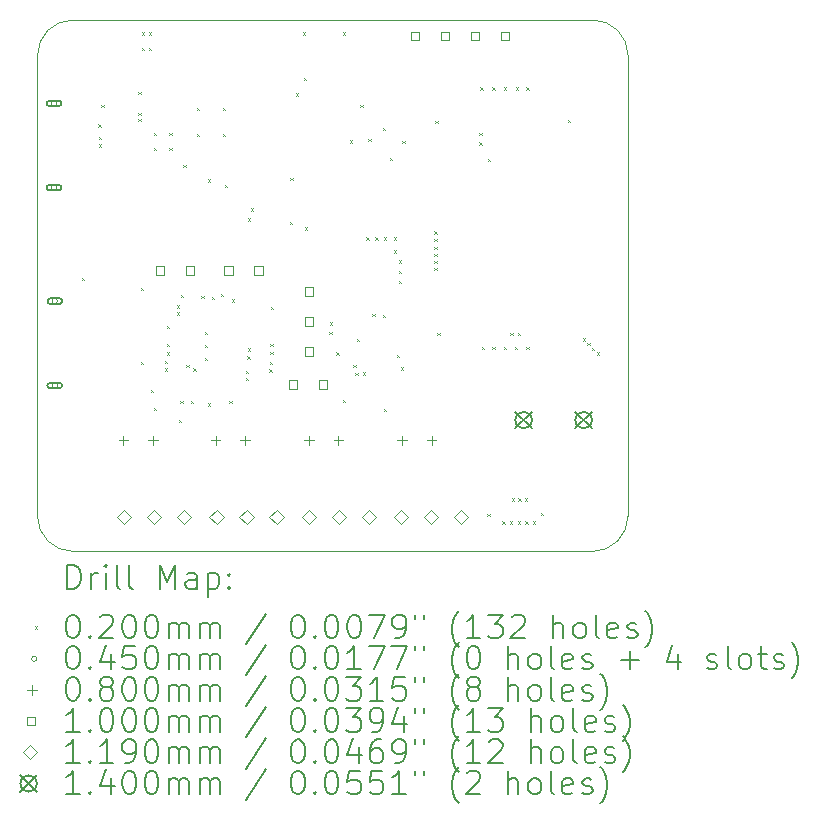
<source format=gbr>
%TF.GenerationSoftware,KiCad,Pcbnew,(6.0.7)*%
%TF.CreationDate,2022-10-27T11:48:30+02:00*%
%TF.ProjectId,mainControl,6d61696e-436f-46e7-9472-6f6c2e6b6963,rev?*%
%TF.SameCoordinates,Original*%
%TF.FileFunction,Drillmap*%
%TF.FilePolarity,Positive*%
%FSLAX45Y45*%
G04 Gerber Fmt 4.5, Leading zero omitted, Abs format (unit mm)*
G04 Created by KiCad (PCBNEW (6.0.7)) date 2022-10-27 11:48:30*
%MOMM*%
%LPD*%
G01*
G04 APERTURE LIST*
%ADD10C,0.100000*%
%ADD11C,0.200000*%
%ADD12C,0.020000*%
%ADD13C,0.045000*%
%ADD14C,0.080000*%
%ADD15C,0.119000*%
%ADD16C,0.140000*%
G04 APERTURE END LIST*
D10*
X11700000Y-13200000D02*
X7300000Y-13200000D01*
X7300000Y-13200000D02*
G75*
G03*
X7000000Y-13500000I0J-300000D01*
G01*
X11700000Y-17700000D02*
G75*
G03*
X12000000Y-17400000I0J300000D01*
G01*
X7300000Y-17700000D02*
X11700000Y-17700000D01*
X7000000Y-17400000D02*
G75*
G03*
X7300000Y-17700000I300000J0D01*
G01*
X12000000Y-13500000D02*
G75*
G03*
X11700000Y-13200000I-300000J0D01*
G01*
X12000000Y-13500000D02*
X12000000Y-17400000D01*
X7000000Y-13500000D02*
X7000000Y-17400000D01*
D11*
D12*
X7375000Y-15385000D02*
X7395000Y-15405000D01*
X7395000Y-15385000D02*
X7375000Y-15405000D01*
X7515000Y-14085000D02*
X7535000Y-14105000D01*
X7535000Y-14085000D02*
X7515000Y-14105000D01*
X7520000Y-14190000D02*
X7540000Y-14210000D01*
X7540000Y-14190000D02*
X7520000Y-14210000D01*
X7520000Y-14252650D02*
X7540000Y-14272650D01*
X7540000Y-14252650D02*
X7520000Y-14272650D01*
X7540000Y-13920000D02*
X7560000Y-13940000D01*
X7560000Y-13920000D02*
X7540000Y-13940000D01*
X7855000Y-13810000D02*
X7875000Y-13830000D01*
X7875000Y-13810000D02*
X7855000Y-13830000D01*
X7855000Y-13985000D02*
X7875000Y-14005000D01*
X7875000Y-13985000D02*
X7855000Y-14005000D01*
X7855000Y-14040000D02*
X7875000Y-14060000D01*
X7875000Y-14040000D02*
X7855000Y-14060000D01*
X7875000Y-15470000D02*
X7895000Y-15490000D01*
X7895000Y-15470000D02*
X7875000Y-15490000D01*
X7875000Y-16095000D02*
X7895000Y-16115000D01*
X7895000Y-16095000D02*
X7875000Y-16115000D01*
X7884500Y-13304500D02*
X7904500Y-13324500D01*
X7904500Y-13304500D02*
X7884500Y-13324500D01*
X7885000Y-13435000D02*
X7905000Y-13455000D01*
X7905000Y-13435000D02*
X7885000Y-13455000D01*
X7945000Y-13305000D02*
X7965000Y-13325000D01*
X7965000Y-13305000D02*
X7945000Y-13325000D01*
X7945000Y-13435000D02*
X7965000Y-13455000D01*
X7965000Y-13435000D02*
X7945000Y-13455000D01*
X7960000Y-16330000D02*
X7980000Y-16350000D01*
X7980000Y-16330000D02*
X7960000Y-16350000D01*
X7985000Y-14155000D02*
X8005000Y-14175000D01*
X8005000Y-14155000D02*
X7985000Y-14175000D01*
X7985000Y-14285000D02*
X8005000Y-14305000D01*
X8005000Y-14285000D02*
X7985000Y-14305000D01*
X7985000Y-16485000D02*
X8005000Y-16505000D01*
X8005000Y-16485000D02*
X7985000Y-16505000D01*
X8079072Y-16086325D02*
X8099072Y-16106325D01*
X8099072Y-16086325D02*
X8079072Y-16106325D01*
X8079723Y-16150492D02*
X8099723Y-16170492D01*
X8099723Y-16150492D02*
X8079723Y-16170492D01*
X8095000Y-15790000D02*
X8115000Y-15810000D01*
X8115000Y-15790000D02*
X8095000Y-15810000D01*
X8095000Y-15945000D02*
X8115000Y-15965000D01*
X8115000Y-15945000D02*
X8095000Y-15965000D01*
X8095000Y-16015000D02*
X8115000Y-16035000D01*
X8115000Y-16015000D02*
X8095000Y-16035000D01*
X8115000Y-14155000D02*
X8135000Y-14175000D01*
X8135000Y-14155000D02*
X8115000Y-14175000D01*
X8115000Y-14285000D02*
X8135000Y-14305000D01*
X8135000Y-14285000D02*
X8115000Y-14305000D01*
X8180000Y-15615000D02*
X8200000Y-15635000D01*
X8200000Y-15615000D02*
X8180000Y-15635000D01*
X8180000Y-15675000D02*
X8200000Y-15695000D01*
X8200000Y-15675000D02*
X8180000Y-15695000D01*
X8195000Y-16585000D02*
X8215000Y-16605000D01*
X8215000Y-16585000D02*
X8195000Y-16605000D01*
X8208887Y-16426113D02*
X8228887Y-16446113D01*
X8228887Y-16426113D02*
X8208887Y-16446113D01*
X8215000Y-15525000D02*
X8235000Y-15545000D01*
X8235000Y-15525000D02*
X8215000Y-15545000D01*
X8235000Y-14425000D02*
X8255000Y-14445000D01*
X8255000Y-14425000D02*
X8235000Y-14445000D01*
X8260000Y-16120000D02*
X8280000Y-16140000D01*
X8280000Y-16120000D02*
X8260000Y-16140000D01*
X8300000Y-16425000D02*
X8320000Y-16445000D01*
X8320000Y-16425000D02*
X8300000Y-16445000D01*
X8320000Y-16150000D02*
X8340000Y-16170000D01*
X8340000Y-16150000D02*
X8320000Y-16170000D01*
X8350000Y-13945000D02*
X8370000Y-13965000D01*
X8370000Y-13945000D02*
X8350000Y-13965000D01*
X8350000Y-14165000D02*
X8370000Y-14185000D01*
X8370000Y-14165000D02*
X8350000Y-14185000D01*
X8386500Y-15534858D02*
X8406500Y-15554858D01*
X8406500Y-15534858D02*
X8386500Y-15554858D01*
X8415000Y-15840000D02*
X8435000Y-15860000D01*
X8435000Y-15840000D02*
X8415000Y-15860000D01*
X8415000Y-15950000D02*
X8435000Y-15970000D01*
X8435000Y-15950000D02*
X8415000Y-15970000D01*
X8415000Y-16060000D02*
X8435000Y-16080000D01*
X8435000Y-16060000D02*
X8415000Y-16080000D01*
X8440000Y-14550000D02*
X8460000Y-14570000D01*
X8460000Y-14550000D02*
X8440000Y-14570000D01*
X8445000Y-16445000D02*
X8465000Y-16465000D01*
X8465000Y-16445000D02*
X8445000Y-16465000D01*
X8475000Y-15545000D02*
X8495000Y-15565000D01*
X8495000Y-15545000D02*
X8475000Y-15565000D01*
X8555000Y-15520000D02*
X8575000Y-15540000D01*
X8575000Y-15520000D02*
X8555000Y-15540000D01*
X8570000Y-13945000D02*
X8590000Y-13965000D01*
X8590000Y-13945000D02*
X8570000Y-13965000D01*
X8570000Y-14165000D02*
X8590000Y-14185000D01*
X8590000Y-14165000D02*
X8570000Y-14185000D01*
X8585000Y-14595000D02*
X8605000Y-14615000D01*
X8605000Y-14595000D02*
X8585000Y-14615000D01*
X8625000Y-16425000D02*
X8645000Y-16445000D01*
X8645000Y-16425000D02*
X8625000Y-16445000D01*
X8645000Y-15565000D02*
X8665000Y-15585000D01*
X8665000Y-15565000D02*
X8645000Y-15585000D01*
X8765000Y-16170000D02*
X8785000Y-16190000D01*
X8785000Y-16170000D02*
X8765000Y-16190000D01*
X8765000Y-16230000D02*
X8785000Y-16250000D01*
X8785000Y-16230000D02*
X8765000Y-16250000D01*
X8778239Y-16049694D02*
X8798239Y-16069694D01*
X8798239Y-16049694D02*
X8778239Y-16069694D01*
X8780000Y-14880000D02*
X8800000Y-14900000D01*
X8800000Y-14880000D02*
X8780000Y-14900000D01*
X8780000Y-15980000D02*
X8800000Y-16000000D01*
X8800000Y-15980000D02*
X8780000Y-16000000D01*
X8805000Y-14795000D02*
X8825000Y-14815000D01*
X8825000Y-14795000D02*
X8805000Y-14815000D01*
X8963331Y-16159444D02*
X8983331Y-16179444D01*
X8983331Y-16159444D02*
X8963331Y-16179444D01*
X8965089Y-16096818D02*
X8985089Y-16116818D01*
X8985089Y-16096818D02*
X8965089Y-16116818D01*
X8970000Y-15945000D02*
X8990000Y-15965000D01*
X8990000Y-15945000D02*
X8970000Y-15965000D01*
X8970000Y-16007650D02*
X8990000Y-16027650D01*
X8990000Y-16007650D02*
X8970000Y-16027650D01*
X8975000Y-15630000D02*
X8995000Y-15650000D01*
X8995000Y-15630000D02*
X8975000Y-15650000D01*
X9135000Y-14910000D02*
X9155000Y-14930000D01*
X9155000Y-14910000D02*
X9135000Y-14930000D01*
X9140000Y-14535000D02*
X9160000Y-14555000D01*
X9160000Y-14535000D02*
X9140000Y-14555000D01*
X9190000Y-13820000D02*
X9210000Y-13840000D01*
X9210000Y-13820000D02*
X9190000Y-13840000D01*
X9245500Y-13304500D02*
X9265500Y-13324500D01*
X9265500Y-13304500D02*
X9245500Y-13324500D01*
X9255000Y-13690000D02*
X9275000Y-13710000D01*
X9275000Y-13690000D02*
X9255000Y-13710000D01*
X9265000Y-14955000D02*
X9285000Y-14975000D01*
X9285000Y-14955000D02*
X9265000Y-14975000D01*
X9470000Y-15840000D02*
X9490000Y-15860000D01*
X9490000Y-15840000D02*
X9470000Y-15860000D01*
X9475000Y-15760000D02*
X9495000Y-15780000D01*
X9495000Y-15760000D02*
X9475000Y-15780000D01*
X9530000Y-16015000D02*
X9550000Y-16035000D01*
X9550000Y-16015000D02*
X9530000Y-16035000D01*
X9585000Y-13305000D02*
X9605000Y-13325000D01*
X9605000Y-13305000D02*
X9585000Y-13325000D01*
X9585000Y-16415000D02*
X9605000Y-16435000D01*
X9605000Y-16415000D02*
X9585000Y-16435000D01*
X9645000Y-14220000D02*
X9665000Y-14240000D01*
X9665000Y-14220000D02*
X9645000Y-14240000D01*
X9675000Y-16120000D02*
X9695000Y-16140000D01*
X9695000Y-16120000D02*
X9675000Y-16140000D01*
X9690672Y-16185275D02*
X9710672Y-16205275D01*
X9710672Y-16185275D02*
X9690672Y-16205275D01*
X9705000Y-15900000D02*
X9725000Y-15920000D01*
X9725000Y-15900000D02*
X9705000Y-15920000D01*
X9735000Y-13920000D02*
X9755000Y-13940000D01*
X9755000Y-13920000D02*
X9735000Y-13940000D01*
X9755000Y-16185000D02*
X9775000Y-16205000D01*
X9775000Y-16185000D02*
X9755000Y-16205000D01*
X9785000Y-15040000D02*
X9805000Y-15060000D01*
X9805000Y-15040000D02*
X9785000Y-15060000D01*
X9800000Y-14205000D02*
X9820000Y-14225000D01*
X9820000Y-14205000D02*
X9800000Y-14225000D01*
X9835000Y-15690000D02*
X9855000Y-15710000D01*
X9855000Y-15690000D02*
X9835000Y-15710000D01*
X9860000Y-15040000D02*
X9880000Y-15060000D01*
X9880000Y-15040000D02*
X9860000Y-15060000D01*
X9925000Y-14115000D02*
X9945000Y-14135000D01*
X9945000Y-14115000D02*
X9925000Y-14135000D01*
X9925000Y-15695000D02*
X9945000Y-15715000D01*
X9945000Y-15695000D02*
X9925000Y-15715000D01*
X9935000Y-15040000D02*
X9955000Y-15060000D01*
X9955000Y-15040000D02*
X9935000Y-15060000D01*
X9935000Y-16495000D02*
X9955000Y-16515000D01*
X9955000Y-16495000D02*
X9935000Y-16515000D01*
X9985000Y-14365000D02*
X10005000Y-14385000D01*
X10005000Y-14365000D02*
X9985000Y-14385000D01*
X10015000Y-15040000D02*
X10035000Y-15060000D01*
X10035000Y-15040000D02*
X10015000Y-15060000D01*
X10015000Y-15150000D02*
X10035000Y-15170000D01*
X10035000Y-15150000D02*
X10015000Y-15170000D01*
X10045000Y-16035000D02*
X10065000Y-16055000D01*
X10065000Y-16035000D02*
X10045000Y-16055000D01*
X10060000Y-15235000D02*
X10080000Y-15255000D01*
X10080000Y-15235000D02*
X10060000Y-15255000D01*
X10060000Y-15325000D02*
X10080000Y-15345000D01*
X10080000Y-15325000D02*
X10060000Y-15345000D01*
X10060000Y-15410000D02*
X10080000Y-15430000D01*
X10080000Y-15410000D02*
X10060000Y-15430000D01*
X10075000Y-16140000D02*
X10095000Y-16160000D01*
X10095000Y-16140000D02*
X10075000Y-16160000D01*
X10088084Y-14221916D02*
X10108084Y-14241916D01*
X10108084Y-14221916D02*
X10088084Y-14241916D01*
X10360000Y-14990000D02*
X10380000Y-15010000D01*
X10380000Y-14990000D02*
X10360000Y-15010000D01*
X10360000Y-15055000D02*
X10380000Y-15075000D01*
X10380000Y-15055000D02*
X10360000Y-15075000D01*
X10360000Y-15120000D02*
X10380000Y-15140000D01*
X10380000Y-15120000D02*
X10360000Y-15140000D01*
X10360000Y-15180000D02*
X10380000Y-15200000D01*
X10380000Y-15180000D02*
X10360000Y-15200000D01*
X10360000Y-15240000D02*
X10380000Y-15260000D01*
X10380000Y-15240000D02*
X10360000Y-15260000D01*
X10360000Y-15300000D02*
X10380000Y-15320000D01*
X10380000Y-15300000D02*
X10360000Y-15320000D01*
X10370000Y-14055000D02*
X10390000Y-14075000D01*
X10390000Y-14055000D02*
X10370000Y-14075000D01*
X10385000Y-15850000D02*
X10405000Y-15870000D01*
X10405000Y-15850000D02*
X10385000Y-15870000D01*
X10741429Y-14155000D02*
X10761429Y-14175000D01*
X10761429Y-14155000D02*
X10741429Y-14175000D01*
X10741429Y-14235000D02*
X10761429Y-14255000D01*
X10761429Y-14235000D02*
X10741429Y-14255000D01*
X10750000Y-13770000D02*
X10770000Y-13790000D01*
X10770000Y-13770000D02*
X10750000Y-13790000D01*
X10760000Y-15970000D02*
X10780000Y-15990000D01*
X10780000Y-15970000D02*
X10760000Y-15990000D01*
X10810000Y-17380000D02*
X10830000Y-17400000D01*
X10830000Y-17380000D02*
X10810000Y-17400000D01*
X10811429Y-14375000D02*
X10831429Y-14395000D01*
X10831429Y-14375000D02*
X10811429Y-14395000D01*
X10850000Y-13770000D02*
X10870000Y-13790000D01*
X10870000Y-13770000D02*
X10850000Y-13790000D01*
X10850000Y-15970000D02*
X10870000Y-15990000D01*
X10870000Y-15970000D02*
X10850000Y-15990000D01*
X10935000Y-17445000D02*
X10955000Y-17465000D01*
X10955000Y-17445000D02*
X10935000Y-17465000D01*
X10950000Y-13770000D02*
X10970000Y-13790000D01*
X10970000Y-13770000D02*
X10950000Y-13790000D01*
X10950000Y-15970000D02*
X10970000Y-15990000D01*
X10970000Y-15970000D02*
X10950000Y-15990000D01*
X11000000Y-17445000D02*
X11020000Y-17465000D01*
X11020000Y-17445000D02*
X11000000Y-17465000D01*
X11005000Y-15850000D02*
X11025000Y-15870000D01*
X11025000Y-15850000D02*
X11005000Y-15870000D01*
X11015000Y-17250000D02*
X11035000Y-17270000D01*
X11035000Y-17250000D02*
X11015000Y-17270000D01*
X11040000Y-15970000D02*
X11060000Y-15990000D01*
X11060000Y-15970000D02*
X11040000Y-15990000D01*
X11050000Y-13770000D02*
X11070000Y-13790000D01*
X11070000Y-13770000D02*
X11050000Y-13790000D01*
X11065000Y-15850000D02*
X11085000Y-15870000D01*
X11085000Y-15850000D02*
X11065000Y-15870000D01*
X11065000Y-17445000D02*
X11085000Y-17465000D01*
X11085000Y-17445000D02*
X11065000Y-17465000D01*
X11070000Y-17250000D02*
X11090000Y-17270000D01*
X11090000Y-17250000D02*
X11070000Y-17270000D01*
X11125000Y-17250000D02*
X11145000Y-17270000D01*
X11145000Y-17250000D02*
X11125000Y-17270000D01*
X11130000Y-17445000D02*
X11150000Y-17465000D01*
X11150000Y-17445000D02*
X11130000Y-17465000D01*
X11140000Y-13770000D02*
X11160000Y-13790000D01*
X11160000Y-13770000D02*
X11140000Y-13790000D01*
X11140000Y-15970000D02*
X11160000Y-15990000D01*
X11160000Y-15970000D02*
X11140000Y-15990000D01*
X11195000Y-17445000D02*
X11215000Y-17465000D01*
X11215000Y-17445000D02*
X11195000Y-17465000D01*
X11260000Y-17375000D02*
X11280000Y-17395000D01*
X11280000Y-17375000D02*
X11260000Y-17395000D01*
X11491429Y-14045000D02*
X11511429Y-14065000D01*
X11511429Y-14045000D02*
X11491429Y-14065000D01*
X11615000Y-15895000D02*
X11635000Y-15915000D01*
X11635000Y-15895000D02*
X11615000Y-15915000D01*
X11655000Y-15935000D02*
X11675000Y-15955000D01*
X11675000Y-15935000D02*
X11655000Y-15955000D01*
X11695000Y-15975000D02*
X11715000Y-15995000D01*
X11715000Y-15975000D02*
X11695000Y-15995000D01*
X11735000Y-16015000D02*
X11755000Y-16035000D01*
X11755000Y-16015000D02*
X11735000Y-16035000D01*
D13*
X7162500Y-13905000D02*
G75*
G03*
X7162500Y-13905000I-22500J0D01*
G01*
D11*
X7100000Y-13927500D02*
X7180000Y-13927500D01*
X7100000Y-13882500D02*
X7180000Y-13882500D01*
X7180000Y-13927500D02*
G75*
G03*
X7180000Y-13882500I0J22500D01*
G01*
X7100000Y-13882500D02*
G75*
G03*
X7100000Y-13927500I0J-22500D01*
G01*
D13*
X7162500Y-14620000D02*
G75*
G03*
X7162500Y-14620000I-22500J0D01*
G01*
D11*
X7180000Y-14597500D02*
X7100000Y-14597500D01*
X7180000Y-14642500D02*
X7100000Y-14642500D01*
X7100000Y-14597500D02*
G75*
G03*
X7100000Y-14642500I0J-22500D01*
G01*
X7180000Y-14642500D02*
G75*
G03*
X7180000Y-14597500I0J22500D01*
G01*
D13*
X7169500Y-15580500D02*
G75*
G03*
X7169500Y-15580500I-22500J0D01*
G01*
D11*
X7107000Y-15603000D02*
X7187000Y-15603000D01*
X7107000Y-15558000D02*
X7187000Y-15558000D01*
X7187000Y-15603000D02*
G75*
G03*
X7187000Y-15558000I0J22500D01*
G01*
X7107000Y-15558000D02*
G75*
G03*
X7107000Y-15603000I0J-22500D01*
G01*
D13*
X7169500Y-16295500D02*
G75*
G03*
X7169500Y-16295500I-22500J0D01*
G01*
D11*
X7187000Y-16273000D02*
X7107000Y-16273000D01*
X7187000Y-16318000D02*
X7107000Y-16318000D01*
X7107000Y-16273000D02*
G75*
G03*
X7107000Y-16318000I0J-22500D01*
G01*
X7187000Y-16318000D02*
G75*
G03*
X7187000Y-16273000I0J22500D01*
G01*
D14*
X7728238Y-16720000D02*
X7728238Y-16800000D01*
X7688238Y-16760000D02*
X7768238Y-16760000D01*
X7978238Y-16720000D02*
X7978238Y-16800000D01*
X7938238Y-16760000D02*
X8018238Y-16760000D01*
X8508238Y-16720000D02*
X8508238Y-16800000D01*
X8468238Y-16760000D02*
X8548238Y-16760000D01*
X8758238Y-16720000D02*
X8758238Y-16800000D01*
X8718238Y-16760000D02*
X8798238Y-16760000D01*
X9298238Y-16720000D02*
X9298238Y-16800000D01*
X9258238Y-16760000D02*
X9338238Y-16760000D01*
X9548238Y-16720000D02*
X9548238Y-16800000D01*
X9508238Y-16760000D02*
X9588238Y-16760000D01*
X10088238Y-16720000D02*
X10088238Y-16800000D01*
X10048238Y-16760000D02*
X10128238Y-16760000D01*
X10338238Y-16720000D02*
X10338238Y-16800000D01*
X10298238Y-16760000D02*
X10378238Y-16760000D01*
D10*
X8071356Y-15357856D02*
X8071356Y-15287144D01*
X8000644Y-15287144D01*
X8000644Y-15357856D01*
X8071356Y-15357856D01*
X8325356Y-15357856D02*
X8325356Y-15287144D01*
X8254644Y-15287144D01*
X8254644Y-15357856D01*
X8325356Y-15357856D01*
X8651356Y-15357856D02*
X8651356Y-15287144D01*
X8580644Y-15287144D01*
X8580644Y-15357856D01*
X8651356Y-15357856D01*
X8905356Y-15357856D02*
X8905356Y-15287144D01*
X8834644Y-15287144D01*
X8834644Y-15357856D01*
X8905356Y-15357856D01*
X9200356Y-16322856D02*
X9200356Y-16252144D01*
X9129644Y-16252144D01*
X9129644Y-16322856D01*
X9200356Y-16322856D01*
X9335356Y-15534856D02*
X9335356Y-15464144D01*
X9264644Y-15464144D01*
X9264644Y-15534856D01*
X9335356Y-15534856D01*
X9335356Y-15788856D02*
X9335356Y-15718144D01*
X9264644Y-15718144D01*
X9264644Y-15788856D01*
X9335356Y-15788856D01*
X9335356Y-16042856D02*
X9335356Y-15972144D01*
X9264644Y-15972144D01*
X9264644Y-16042856D01*
X9335356Y-16042856D01*
X9454356Y-16322856D02*
X9454356Y-16252144D01*
X9383644Y-16252144D01*
X9383644Y-16322856D01*
X9454356Y-16322856D01*
X10230356Y-13372856D02*
X10230356Y-13302144D01*
X10159644Y-13302144D01*
X10159644Y-13372856D01*
X10230356Y-13372856D01*
X10484356Y-13372856D02*
X10484356Y-13302144D01*
X10413644Y-13302144D01*
X10413644Y-13372856D01*
X10484356Y-13372856D01*
X10738356Y-13372856D02*
X10738356Y-13302144D01*
X10667644Y-13302144D01*
X10667644Y-13372856D01*
X10738356Y-13372856D01*
X10992356Y-13372856D02*
X10992356Y-13302144D01*
X10921644Y-13302144D01*
X10921644Y-13372856D01*
X10992356Y-13372856D01*
D15*
X7736000Y-17471500D02*
X7795500Y-17412000D01*
X7736000Y-17352500D01*
X7676500Y-17412000D01*
X7736000Y-17471500D01*
X7990000Y-17471500D02*
X8049500Y-17412000D01*
X7990000Y-17352500D01*
X7930500Y-17412000D01*
X7990000Y-17471500D01*
X8244000Y-17471500D02*
X8303500Y-17412000D01*
X8244000Y-17352500D01*
X8184500Y-17412000D01*
X8244000Y-17471500D01*
X8516000Y-17471500D02*
X8575500Y-17412000D01*
X8516000Y-17352500D01*
X8456500Y-17412000D01*
X8516000Y-17471500D01*
X8770000Y-17471500D02*
X8829500Y-17412000D01*
X8770000Y-17352500D01*
X8710500Y-17412000D01*
X8770000Y-17471500D01*
X9024000Y-17471500D02*
X9083500Y-17412000D01*
X9024000Y-17352500D01*
X8964500Y-17412000D01*
X9024000Y-17471500D01*
X9300000Y-17469500D02*
X9359500Y-17410000D01*
X9300000Y-17350500D01*
X9240500Y-17410000D01*
X9300000Y-17469500D01*
X9554000Y-17469500D02*
X9613500Y-17410000D01*
X9554000Y-17350500D01*
X9494500Y-17410000D01*
X9554000Y-17469500D01*
X9808000Y-17469500D02*
X9867500Y-17410000D01*
X9808000Y-17350500D01*
X9748500Y-17410000D01*
X9808000Y-17469500D01*
X10080000Y-17469500D02*
X10139500Y-17410000D01*
X10080000Y-17350500D01*
X10020500Y-17410000D01*
X10080000Y-17469500D01*
X10334000Y-17469500D02*
X10393500Y-17410000D01*
X10334000Y-17350500D01*
X10274500Y-17410000D01*
X10334000Y-17469500D01*
X10588000Y-17469500D02*
X10647500Y-17410000D01*
X10588000Y-17350500D01*
X10528500Y-17410000D01*
X10588000Y-17469500D01*
D16*
X11046000Y-16517750D02*
X11186000Y-16657750D01*
X11186000Y-16517750D02*
X11046000Y-16657750D01*
X11186000Y-16587750D02*
G75*
G03*
X11186000Y-16587750I-70000J0D01*
G01*
X11554000Y-16517750D02*
X11694000Y-16657750D01*
X11694000Y-16517750D02*
X11554000Y-16657750D01*
X11694000Y-16587750D02*
G75*
G03*
X11694000Y-16587750I-70000J0D01*
G01*
D11*
X7252619Y-18015476D02*
X7252619Y-17815476D01*
X7300238Y-17815476D01*
X7328809Y-17825000D01*
X7347857Y-17844048D01*
X7357381Y-17863095D01*
X7366905Y-17901190D01*
X7366905Y-17929762D01*
X7357381Y-17967857D01*
X7347857Y-17986905D01*
X7328809Y-18005952D01*
X7300238Y-18015476D01*
X7252619Y-18015476D01*
X7452619Y-18015476D02*
X7452619Y-17882143D01*
X7452619Y-17920238D02*
X7462143Y-17901190D01*
X7471667Y-17891667D01*
X7490714Y-17882143D01*
X7509762Y-17882143D01*
X7576428Y-18015476D02*
X7576428Y-17882143D01*
X7576428Y-17815476D02*
X7566905Y-17825000D01*
X7576428Y-17834524D01*
X7585952Y-17825000D01*
X7576428Y-17815476D01*
X7576428Y-17834524D01*
X7700238Y-18015476D02*
X7681190Y-18005952D01*
X7671667Y-17986905D01*
X7671667Y-17815476D01*
X7805000Y-18015476D02*
X7785952Y-18005952D01*
X7776428Y-17986905D01*
X7776428Y-17815476D01*
X8033571Y-18015476D02*
X8033571Y-17815476D01*
X8100238Y-17958333D01*
X8166905Y-17815476D01*
X8166905Y-18015476D01*
X8347857Y-18015476D02*
X8347857Y-17910714D01*
X8338333Y-17891667D01*
X8319286Y-17882143D01*
X8281190Y-17882143D01*
X8262143Y-17891667D01*
X8347857Y-18005952D02*
X8328809Y-18015476D01*
X8281190Y-18015476D01*
X8262143Y-18005952D01*
X8252619Y-17986905D01*
X8252619Y-17967857D01*
X8262143Y-17948810D01*
X8281190Y-17939286D01*
X8328809Y-17939286D01*
X8347857Y-17929762D01*
X8443095Y-17882143D02*
X8443095Y-18082143D01*
X8443095Y-17891667D02*
X8462143Y-17882143D01*
X8500238Y-17882143D01*
X8519286Y-17891667D01*
X8528810Y-17901190D01*
X8538333Y-17920238D01*
X8538333Y-17977381D01*
X8528810Y-17996429D01*
X8519286Y-18005952D01*
X8500238Y-18015476D01*
X8462143Y-18015476D01*
X8443095Y-18005952D01*
X8624048Y-17996429D02*
X8633571Y-18005952D01*
X8624048Y-18015476D01*
X8614524Y-18005952D01*
X8624048Y-17996429D01*
X8624048Y-18015476D01*
X8624048Y-17891667D02*
X8633571Y-17901190D01*
X8624048Y-17910714D01*
X8614524Y-17901190D01*
X8624048Y-17891667D01*
X8624048Y-17910714D01*
D12*
X6975000Y-18335000D02*
X6995000Y-18355000D01*
X6995000Y-18335000D02*
X6975000Y-18355000D01*
D11*
X7290714Y-18235476D02*
X7309762Y-18235476D01*
X7328809Y-18245000D01*
X7338333Y-18254524D01*
X7347857Y-18273571D01*
X7357381Y-18311667D01*
X7357381Y-18359286D01*
X7347857Y-18397381D01*
X7338333Y-18416429D01*
X7328809Y-18425952D01*
X7309762Y-18435476D01*
X7290714Y-18435476D01*
X7271667Y-18425952D01*
X7262143Y-18416429D01*
X7252619Y-18397381D01*
X7243095Y-18359286D01*
X7243095Y-18311667D01*
X7252619Y-18273571D01*
X7262143Y-18254524D01*
X7271667Y-18245000D01*
X7290714Y-18235476D01*
X7443095Y-18416429D02*
X7452619Y-18425952D01*
X7443095Y-18435476D01*
X7433571Y-18425952D01*
X7443095Y-18416429D01*
X7443095Y-18435476D01*
X7528809Y-18254524D02*
X7538333Y-18245000D01*
X7557381Y-18235476D01*
X7605000Y-18235476D01*
X7624048Y-18245000D01*
X7633571Y-18254524D01*
X7643095Y-18273571D01*
X7643095Y-18292619D01*
X7633571Y-18321190D01*
X7519286Y-18435476D01*
X7643095Y-18435476D01*
X7766905Y-18235476D02*
X7785952Y-18235476D01*
X7805000Y-18245000D01*
X7814524Y-18254524D01*
X7824048Y-18273571D01*
X7833571Y-18311667D01*
X7833571Y-18359286D01*
X7824048Y-18397381D01*
X7814524Y-18416429D01*
X7805000Y-18425952D01*
X7785952Y-18435476D01*
X7766905Y-18435476D01*
X7747857Y-18425952D01*
X7738333Y-18416429D01*
X7728809Y-18397381D01*
X7719286Y-18359286D01*
X7719286Y-18311667D01*
X7728809Y-18273571D01*
X7738333Y-18254524D01*
X7747857Y-18245000D01*
X7766905Y-18235476D01*
X7957381Y-18235476D02*
X7976428Y-18235476D01*
X7995476Y-18245000D01*
X8005000Y-18254524D01*
X8014524Y-18273571D01*
X8024048Y-18311667D01*
X8024048Y-18359286D01*
X8014524Y-18397381D01*
X8005000Y-18416429D01*
X7995476Y-18425952D01*
X7976428Y-18435476D01*
X7957381Y-18435476D01*
X7938333Y-18425952D01*
X7928809Y-18416429D01*
X7919286Y-18397381D01*
X7909762Y-18359286D01*
X7909762Y-18311667D01*
X7919286Y-18273571D01*
X7928809Y-18254524D01*
X7938333Y-18245000D01*
X7957381Y-18235476D01*
X8109762Y-18435476D02*
X8109762Y-18302143D01*
X8109762Y-18321190D02*
X8119286Y-18311667D01*
X8138333Y-18302143D01*
X8166905Y-18302143D01*
X8185952Y-18311667D01*
X8195476Y-18330714D01*
X8195476Y-18435476D01*
X8195476Y-18330714D02*
X8205000Y-18311667D01*
X8224048Y-18302143D01*
X8252619Y-18302143D01*
X8271667Y-18311667D01*
X8281190Y-18330714D01*
X8281190Y-18435476D01*
X8376428Y-18435476D02*
X8376428Y-18302143D01*
X8376428Y-18321190D02*
X8385952Y-18311667D01*
X8405000Y-18302143D01*
X8433571Y-18302143D01*
X8452619Y-18311667D01*
X8462143Y-18330714D01*
X8462143Y-18435476D01*
X8462143Y-18330714D02*
X8471667Y-18311667D01*
X8490714Y-18302143D01*
X8519286Y-18302143D01*
X8538333Y-18311667D01*
X8547857Y-18330714D01*
X8547857Y-18435476D01*
X8938333Y-18225952D02*
X8766905Y-18483095D01*
X9195476Y-18235476D02*
X9214524Y-18235476D01*
X9233571Y-18245000D01*
X9243095Y-18254524D01*
X9252619Y-18273571D01*
X9262143Y-18311667D01*
X9262143Y-18359286D01*
X9252619Y-18397381D01*
X9243095Y-18416429D01*
X9233571Y-18425952D01*
X9214524Y-18435476D01*
X9195476Y-18435476D01*
X9176429Y-18425952D01*
X9166905Y-18416429D01*
X9157381Y-18397381D01*
X9147857Y-18359286D01*
X9147857Y-18311667D01*
X9157381Y-18273571D01*
X9166905Y-18254524D01*
X9176429Y-18245000D01*
X9195476Y-18235476D01*
X9347857Y-18416429D02*
X9357381Y-18425952D01*
X9347857Y-18435476D01*
X9338333Y-18425952D01*
X9347857Y-18416429D01*
X9347857Y-18435476D01*
X9481190Y-18235476D02*
X9500238Y-18235476D01*
X9519286Y-18245000D01*
X9528810Y-18254524D01*
X9538333Y-18273571D01*
X9547857Y-18311667D01*
X9547857Y-18359286D01*
X9538333Y-18397381D01*
X9528810Y-18416429D01*
X9519286Y-18425952D01*
X9500238Y-18435476D01*
X9481190Y-18435476D01*
X9462143Y-18425952D01*
X9452619Y-18416429D01*
X9443095Y-18397381D01*
X9433571Y-18359286D01*
X9433571Y-18311667D01*
X9443095Y-18273571D01*
X9452619Y-18254524D01*
X9462143Y-18245000D01*
X9481190Y-18235476D01*
X9671667Y-18235476D02*
X9690714Y-18235476D01*
X9709762Y-18245000D01*
X9719286Y-18254524D01*
X9728810Y-18273571D01*
X9738333Y-18311667D01*
X9738333Y-18359286D01*
X9728810Y-18397381D01*
X9719286Y-18416429D01*
X9709762Y-18425952D01*
X9690714Y-18435476D01*
X9671667Y-18435476D01*
X9652619Y-18425952D01*
X9643095Y-18416429D01*
X9633571Y-18397381D01*
X9624048Y-18359286D01*
X9624048Y-18311667D01*
X9633571Y-18273571D01*
X9643095Y-18254524D01*
X9652619Y-18245000D01*
X9671667Y-18235476D01*
X9805000Y-18235476D02*
X9938333Y-18235476D01*
X9852619Y-18435476D01*
X10024048Y-18435476D02*
X10062143Y-18435476D01*
X10081190Y-18425952D01*
X10090714Y-18416429D01*
X10109762Y-18387857D01*
X10119286Y-18349762D01*
X10119286Y-18273571D01*
X10109762Y-18254524D01*
X10100238Y-18245000D01*
X10081190Y-18235476D01*
X10043095Y-18235476D01*
X10024048Y-18245000D01*
X10014524Y-18254524D01*
X10005000Y-18273571D01*
X10005000Y-18321190D01*
X10014524Y-18340238D01*
X10024048Y-18349762D01*
X10043095Y-18359286D01*
X10081190Y-18359286D01*
X10100238Y-18349762D01*
X10109762Y-18340238D01*
X10119286Y-18321190D01*
X10195476Y-18235476D02*
X10195476Y-18273571D01*
X10271667Y-18235476D02*
X10271667Y-18273571D01*
X10566905Y-18511667D02*
X10557381Y-18502143D01*
X10538333Y-18473571D01*
X10528810Y-18454524D01*
X10519286Y-18425952D01*
X10509762Y-18378333D01*
X10509762Y-18340238D01*
X10519286Y-18292619D01*
X10528810Y-18264048D01*
X10538333Y-18245000D01*
X10557381Y-18216429D01*
X10566905Y-18206905D01*
X10747857Y-18435476D02*
X10633571Y-18435476D01*
X10690714Y-18435476D02*
X10690714Y-18235476D01*
X10671667Y-18264048D01*
X10652619Y-18283095D01*
X10633571Y-18292619D01*
X10814524Y-18235476D02*
X10938333Y-18235476D01*
X10871667Y-18311667D01*
X10900238Y-18311667D01*
X10919286Y-18321190D01*
X10928810Y-18330714D01*
X10938333Y-18349762D01*
X10938333Y-18397381D01*
X10928810Y-18416429D01*
X10919286Y-18425952D01*
X10900238Y-18435476D01*
X10843095Y-18435476D01*
X10824048Y-18425952D01*
X10814524Y-18416429D01*
X11014524Y-18254524D02*
X11024048Y-18245000D01*
X11043095Y-18235476D01*
X11090714Y-18235476D01*
X11109762Y-18245000D01*
X11119286Y-18254524D01*
X11128810Y-18273571D01*
X11128810Y-18292619D01*
X11119286Y-18321190D01*
X11005000Y-18435476D01*
X11128810Y-18435476D01*
X11366905Y-18435476D02*
X11366905Y-18235476D01*
X11452619Y-18435476D02*
X11452619Y-18330714D01*
X11443095Y-18311667D01*
X11424048Y-18302143D01*
X11395476Y-18302143D01*
X11376428Y-18311667D01*
X11366905Y-18321190D01*
X11576428Y-18435476D02*
X11557381Y-18425952D01*
X11547857Y-18416429D01*
X11538333Y-18397381D01*
X11538333Y-18340238D01*
X11547857Y-18321190D01*
X11557381Y-18311667D01*
X11576428Y-18302143D01*
X11605000Y-18302143D01*
X11624048Y-18311667D01*
X11633571Y-18321190D01*
X11643095Y-18340238D01*
X11643095Y-18397381D01*
X11633571Y-18416429D01*
X11624048Y-18425952D01*
X11605000Y-18435476D01*
X11576428Y-18435476D01*
X11757381Y-18435476D02*
X11738333Y-18425952D01*
X11728809Y-18406905D01*
X11728809Y-18235476D01*
X11909762Y-18425952D02*
X11890714Y-18435476D01*
X11852619Y-18435476D01*
X11833571Y-18425952D01*
X11824048Y-18406905D01*
X11824048Y-18330714D01*
X11833571Y-18311667D01*
X11852619Y-18302143D01*
X11890714Y-18302143D01*
X11909762Y-18311667D01*
X11919286Y-18330714D01*
X11919286Y-18349762D01*
X11824048Y-18368810D01*
X11995476Y-18425952D02*
X12014524Y-18435476D01*
X12052619Y-18435476D01*
X12071667Y-18425952D01*
X12081190Y-18406905D01*
X12081190Y-18397381D01*
X12071667Y-18378333D01*
X12052619Y-18368810D01*
X12024048Y-18368810D01*
X12005000Y-18359286D01*
X11995476Y-18340238D01*
X11995476Y-18330714D01*
X12005000Y-18311667D01*
X12024048Y-18302143D01*
X12052619Y-18302143D01*
X12071667Y-18311667D01*
X12147857Y-18511667D02*
X12157381Y-18502143D01*
X12176428Y-18473571D01*
X12185952Y-18454524D01*
X12195476Y-18425952D01*
X12205000Y-18378333D01*
X12205000Y-18340238D01*
X12195476Y-18292619D01*
X12185952Y-18264048D01*
X12176428Y-18245000D01*
X12157381Y-18216429D01*
X12147857Y-18206905D01*
D13*
X6995000Y-18609000D02*
G75*
G03*
X6995000Y-18609000I-22500J0D01*
G01*
D11*
X7290714Y-18499476D02*
X7309762Y-18499476D01*
X7328809Y-18509000D01*
X7338333Y-18518524D01*
X7347857Y-18537571D01*
X7357381Y-18575667D01*
X7357381Y-18623286D01*
X7347857Y-18661381D01*
X7338333Y-18680429D01*
X7328809Y-18689952D01*
X7309762Y-18699476D01*
X7290714Y-18699476D01*
X7271667Y-18689952D01*
X7262143Y-18680429D01*
X7252619Y-18661381D01*
X7243095Y-18623286D01*
X7243095Y-18575667D01*
X7252619Y-18537571D01*
X7262143Y-18518524D01*
X7271667Y-18509000D01*
X7290714Y-18499476D01*
X7443095Y-18680429D02*
X7452619Y-18689952D01*
X7443095Y-18699476D01*
X7433571Y-18689952D01*
X7443095Y-18680429D01*
X7443095Y-18699476D01*
X7624048Y-18566143D02*
X7624048Y-18699476D01*
X7576428Y-18489952D02*
X7528809Y-18632810D01*
X7652619Y-18632810D01*
X7824048Y-18499476D02*
X7728809Y-18499476D01*
X7719286Y-18594714D01*
X7728809Y-18585190D01*
X7747857Y-18575667D01*
X7795476Y-18575667D01*
X7814524Y-18585190D01*
X7824048Y-18594714D01*
X7833571Y-18613762D01*
X7833571Y-18661381D01*
X7824048Y-18680429D01*
X7814524Y-18689952D01*
X7795476Y-18699476D01*
X7747857Y-18699476D01*
X7728809Y-18689952D01*
X7719286Y-18680429D01*
X7957381Y-18499476D02*
X7976428Y-18499476D01*
X7995476Y-18509000D01*
X8005000Y-18518524D01*
X8014524Y-18537571D01*
X8024048Y-18575667D01*
X8024048Y-18623286D01*
X8014524Y-18661381D01*
X8005000Y-18680429D01*
X7995476Y-18689952D01*
X7976428Y-18699476D01*
X7957381Y-18699476D01*
X7938333Y-18689952D01*
X7928809Y-18680429D01*
X7919286Y-18661381D01*
X7909762Y-18623286D01*
X7909762Y-18575667D01*
X7919286Y-18537571D01*
X7928809Y-18518524D01*
X7938333Y-18509000D01*
X7957381Y-18499476D01*
X8109762Y-18699476D02*
X8109762Y-18566143D01*
X8109762Y-18585190D02*
X8119286Y-18575667D01*
X8138333Y-18566143D01*
X8166905Y-18566143D01*
X8185952Y-18575667D01*
X8195476Y-18594714D01*
X8195476Y-18699476D01*
X8195476Y-18594714D02*
X8205000Y-18575667D01*
X8224048Y-18566143D01*
X8252619Y-18566143D01*
X8271667Y-18575667D01*
X8281190Y-18594714D01*
X8281190Y-18699476D01*
X8376428Y-18699476D02*
X8376428Y-18566143D01*
X8376428Y-18585190D02*
X8385952Y-18575667D01*
X8405000Y-18566143D01*
X8433571Y-18566143D01*
X8452619Y-18575667D01*
X8462143Y-18594714D01*
X8462143Y-18699476D01*
X8462143Y-18594714D02*
X8471667Y-18575667D01*
X8490714Y-18566143D01*
X8519286Y-18566143D01*
X8538333Y-18575667D01*
X8547857Y-18594714D01*
X8547857Y-18699476D01*
X8938333Y-18489952D02*
X8766905Y-18747095D01*
X9195476Y-18499476D02*
X9214524Y-18499476D01*
X9233571Y-18509000D01*
X9243095Y-18518524D01*
X9252619Y-18537571D01*
X9262143Y-18575667D01*
X9262143Y-18623286D01*
X9252619Y-18661381D01*
X9243095Y-18680429D01*
X9233571Y-18689952D01*
X9214524Y-18699476D01*
X9195476Y-18699476D01*
X9176429Y-18689952D01*
X9166905Y-18680429D01*
X9157381Y-18661381D01*
X9147857Y-18623286D01*
X9147857Y-18575667D01*
X9157381Y-18537571D01*
X9166905Y-18518524D01*
X9176429Y-18509000D01*
X9195476Y-18499476D01*
X9347857Y-18680429D02*
X9357381Y-18689952D01*
X9347857Y-18699476D01*
X9338333Y-18689952D01*
X9347857Y-18680429D01*
X9347857Y-18699476D01*
X9481190Y-18499476D02*
X9500238Y-18499476D01*
X9519286Y-18509000D01*
X9528810Y-18518524D01*
X9538333Y-18537571D01*
X9547857Y-18575667D01*
X9547857Y-18623286D01*
X9538333Y-18661381D01*
X9528810Y-18680429D01*
X9519286Y-18689952D01*
X9500238Y-18699476D01*
X9481190Y-18699476D01*
X9462143Y-18689952D01*
X9452619Y-18680429D01*
X9443095Y-18661381D01*
X9433571Y-18623286D01*
X9433571Y-18575667D01*
X9443095Y-18537571D01*
X9452619Y-18518524D01*
X9462143Y-18509000D01*
X9481190Y-18499476D01*
X9738333Y-18699476D02*
X9624048Y-18699476D01*
X9681190Y-18699476D02*
X9681190Y-18499476D01*
X9662143Y-18528048D01*
X9643095Y-18547095D01*
X9624048Y-18556619D01*
X9805000Y-18499476D02*
X9938333Y-18499476D01*
X9852619Y-18699476D01*
X9995476Y-18499476D02*
X10128810Y-18499476D01*
X10043095Y-18699476D01*
X10195476Y-18499476D02*
X10195476Y-18537571D01*
X10271667Y-18499476D02*
X10271667Y-18537571D01*
X10566905Y-18775667D02*
X10557381Y-18766143D01*
X10538333Y-18737571D01*
X10528810Y-18718524D01*
X10519286Y-18689952D01*
X10509762Y-18642333D01*
X10509762Y-18604238D01*
X10519286Y-18556619D01*
X10528810Y-18528048D01*
X10538333Y-18509000D01*
X10557381Y-18480429D01*
X10566905Y-18470905D01*
X10681190Y-18499476D02*
X10700238Y-18499476D01*
X10719286Y-18509000D01*
X10728810Y-18518524D01*
X10738333Y-18537571D01*
X10747857Y-18575667D01*
X10747857Y-18623286D01*
X10738333Y-18661381D01*
X10728810Y-18680429D01*
X10719286Y-18689952D01*
X10700238Y-18699476D01*
X10681190Y-18699476D01*
X10662143Y-18689952D01*
X10652619Y-18680429D01*
X10643095Y-18661381D01*
X10633571Y-18623286D01*
X10633571Y-18575667D01*
X10643095Y-18537571D01*
X10652619Y-18518524D01*
X10662143Y-18509000D01*
X10681190Y-18499476D01*
X10985952Y-18699476D02*
X10985952Y-18499476D01*
X11071667Y-18699476D02*
X11071667Y-18594714D01*
X11062143Y-18575667D01*
X11043095Y-18566143D01*
X11014524Y-18566143D01*
X10995476Y-18575667D01*
X10985952Y-18585190D01*
X11195476Y-18699476D02*
X11176429Y-18689952D01*
X11166905Y-18680429D01*
X11157381Y-18661381D01*
X11157381Y-18604238D01*
X11166905Y-18585190D01*
X11176429Y-18575667D01*
X11195476Y-18566143D01*
X11224048Y-18566143D01*
X11243095Y-18575667D01*
X11252619Y-18585190D01*
X11262143Y-18604238D01*
X11262143Y-18661381D01*
X11252619Y-18680429D01*
X11243095Y-18689952D01*
X11224048Y-18699476D01*
X11195476Y-18699476D01*
X11376428Y-18699476D02*
X11357381Y-18689952D01*
X11347857Y-18670905D01*
X11347857Y-18499476D01*
X11528809Y-18689952D02*
X11509762Y-18699476D01*
X11471667Y-18699476D01*
X11452619Y-18689952D01*
X11443095Y-18670905D01*
X11443095Y-18594714D01*
X11452619Y-18575667D01*
X11471667Y-18566143D01*
X11509762Y-18566143D01*
X11528809Y-18575667D01*
X11538333Y-18594714D01*
X11538333Y-18613762D01*
X11443095Y-18632810D01*
X11614524Y-18689952D02*
X11633571Y-18699476D01*
X11671667Y-18699476D01*
X11690714Y-18689952D01*
X11700238Y-18670905D01*
X11700238Y-18661381D01*
X11690714Y-18642333D01*
X11671667Y-18632810D01*
X11643095Y-18632810D01*
X11624048Y-18623286D01*
X11614524Y-18604238D01*
X11614524Y-18594714D01*
X11624048Y-18575667D01*
X11643095Y-18566143D01*
X11671667Y-18566143D01*
X11690714Y-18575667D01*
X11938333Y-18623286D02*
X12090714Y-18623286D01*
X12014524Y-18699476D02*
X12014524Y-18547095D01*
X12424048Y-18566143D02*
X12424048Y-18699476D01*
X12376428Y-18489952D02*
X12328809Y-18632810D01*
X12452619Y-18632810D01*
X12671667Y-18689952D02*
X12690714Y-18699476D01*
X12728809Y-18699476D01*
X12747857Y-18689952D01*
X12757381Y-18670905D01*
X12757381Y-18661381D01*
X12747857Y-18642333D01*
X12728809Y-18632810D01*
X12700238Y-18632810D01*
X12681190Y-18623286D01*
X12671667Y-18604238D01*
X12671667Y-18594714D01*
X12681190Y-18575667D01*
X12700238Y-18566143D01*
X12728809Y-18566143D01*
X12747857Y-18575667D01*
X12871667Y-18699476D02*
X12852619Y-18689952D01*
X12843095Y-18670905D01*
X12843095Y-18499476D01*
X12976428Y-18699476D02*
X12957381Y-18689952D01*
X12947857Y-18680429D01*
X12938333Y-18661381D01*
X12938333Y-18604238D01*
X12947857Y-18585190D01*
X12957381Y-18575667D01*
X12976428Y-18566143D01*
X13005000Y-18566143D01*
X13024048Y-18575667D01*
X13033571Y-18585190D01*
X13043095Y-18604238D01*
X13043095Y-18661381D01*
X13033571Y-18680429D01*
X13024048Y-18689952D01*
X13005000Y-18699476D01*
X12976428Y-18699476D01*
X13100238Y-18566143D02*
X13176428Y-18566143D01*
X13128809Y-18499476D02*
X13128809Y-18670905D01*
X13138333Y-18689952D01*
X13157381Y-18699476D01*
X13176428Y-18699476D01*
X13233571Y-18689952D02*
X13252619Y-18699476D01*
X13290714Y-18699476D01*
X13309762Y-18689952D01*
X13319286Y-18670905D01*
X13319286Y-18661381D01*
X13309762Y-18642333D01*
X13290714Y-18632810D01*
X13262143Y-18632810D01*
X13243095Y-18623286D01*
X13233571Y-18604238D01*
X13233571Y-18594714D01*
X13243095Y-18575667D01*
X13262143Y-18566143D01*
X13290714Y-18566143D01*
X13309762Y-18575667D01*
X13385952Y-18775667D02*
X13395476Y-18766143D01*
X13414524Y-18737571D01*
X13424048Y-18718524D01*
X13433571Y-18689952D01*
X13443095Y-18642333D01*
X13443095Y-18604238D01*
X13433571Y-18556619D01*
X13424048Y-18528048D01*
X13414524Y-18509000D01*
X13395476Y-18480429D01*
X13385952Y-18470905D01*
D14*
X6955000Y-18833000D02*
X6955000Y-18913000D01*
X6915000Y-18873000D02*
X6995000Y-18873000D01*
D11*
X7290714Y-18763476D02*
X7309762Y-18763476D01*
X7328809Y-18773000D01*
X7338333Y-18782524D01*
X7347857Y-18801571D01*
X7357381Y-18839667D01*
X7357381Y-18887286D01*
X7347857Y-18925381D01*
X7338333Y-18944429D01*
X7328809Y-18953952D01*
X7309762Y-18963476D01*
X7290714Y-18963476D01*
X7271667Y-18953952D01*
X7262143Y-18944429D01*
X7252619Y-18925381D01*
X7243095Y-18887286D01*
X7243095Y-18839667D01*
X7252619Y-18801571D01*
X7262143Y-18782524D01*
X7271667Y-18773000D01*
X7290714Y-18763476D01*
X7443095Y-18944429D02*
X7452619Y-18953952D01*
X7443095Y-18963476D01*
X7433571Y-18953952D01*
X7443095Y-18944429D01*
X7443095Y-18963476D01*
X7566905Y-18849190D02*
X7547857Y-18839667D01*
X7538333Y-18830143D01*
X7528809Y-18811095D01*
X7528809Y-18801571D01*
X7538333Y-18782524D01*
X7547857Y-18773000D01*
X7566905Y-18763476D01*
X7605000Y-18763476D01*
X7624048Y-18773000D01*
X7633571Y-18782524D01*
X7643095Y-18801571D01*
X7643095Y-18811095D01*
X7633571Y-18830143D01*
X7624048Y-18839667D01*
X7605000Y-18849190D01*
X7566905Y-18849190D01*
X7547857Y-18858714D01*
X7538333Y-18868238D01*
X7528809Y-18887286D01*
X7528809Y-18925381D01*
X7538333Y-18944429D01*
X7547857Y-18953952D01*
X7566905Y-18963476D01*
X7605000Y-18963476D01*
X7624048Y-18953952D01*
X7633571Y-18944429D01*
X7643095Y-18925381D01*
X7643095Y-18887286D01*
X7633571Y-18868238D01*
X7624048Y-18858714D01*
X7605000Y-18849190D01*
X7766905Y-18763476D02*
X7785952Y-18763476D01*
X7805000Y-18773000D01*
X7814524Y-18782524D01*
X7824048Y-18801571D01*
X7833571Y-18839667D01*
X7833571Y-18887286D01*
X7824048Y-18925381D01*
X7814524Y-18944429D01*
X7805000Y-18953952D01*
X7785952Y-18963476D01*
X7766905Y-18963476D01*
X7747857Y-18953952D01*
X7738333Y-18944429D01*
X7728809Y-18925381D01*
X7719286Y-18887286D01*
X7719286Y-18839667D01*
X7728809Y-18801571D01*
X7738333Y-18782524D01*
X7747857Y-18773000D01*
X7766905Y-18763476D01*
X7957381Y-18763476D02*
X7976428Y-18763476D01*
X7995476Y-18773000D01*
X8005000Y-18782524D01*
X8014524Y-18801571D01*
X8024048Y-18839667D01*
X8024048Y-18887286D01*
X8014524Y-18925381D01*
X8005000Y-18944429D01*
X7995476Y-18953952D01*
X7976428Y-18963476D01*
X7957381Y-18963476D01*
X7938333Y-18953952D01*
X7928809Y-18944429D01*
X7919286Y-18925381D01*
X7909762Y-18887286D01*
X7909762Y-18839667D01*
X7919286Y-18801571D01*
X7928809Y-18782524D01*
X7938333Y-18773000D01*
X7957381Y-18763476D01*
X8109762Y-18963476D02*
X8109762Y-18830143D01*
X8109762Y-18849190D02*
X8119286Y-18839667D01*
X8138333Y-18830143D01*
X8166905Y-18830143D01*
X8185952Y-18839667D01*
X8195476Y-18858714D01*
X8195476Y-18963476D01*
X8195476Y-18858714D02*
X8205000Y-18839667D01*
X8224048Y-18830143D01*
X8252619Y-18830143D01*
X8271667Y-18839667D01*
X8281190Y-18858714D01*
X8281190Y-18963476D01*
X8376428Y-18963476D02*
X8376428Y-18830143D01*
X8376428Y-18849190D02*
X8385952Y-18839667D01*
X8405000Y-18830143D01*
X8433571Y-18830143D01*
X8452619Y-18839667D01*
X8462143Y-18858714D01*
X8462143Y-18963476D01*
X8462143Y-18858714D02*
X8471667Y-18839667D01*
X8490714Y-18830143D01*
X8519286Y-18830143D01*
X8538333Y-18839667D01*
X8547857Y-18858714D01*
X8547857Y-18963476D01*
X8938333Y-18753952D02*
X8766905Y-19011095D01*
X9195476Y-18763476D02*
X9214524Y-18763476D01*
X9233571Y-18773000D01*
X9243095Y-18782524D01*
X9252619Y-18801571D01*
X9262143Y-18839667D01*
X9262143Y-18887286D01*
X9252619Y-18925381D01*
X9243095Y-18944429D01*
X9233571Y-18953952D01*
X9214524Y-18963476D01*
X9195476Y-18963476D01*
X9176429Y-18953952D01*
X9166905Y-18944429D01*
X9157381Y-18925381D01*
X9147857Y-18887286D01*
X9147857Y-18839667D01*
X9157381Y-18801571D01*
X9166905Y-18782524D01*
X9176429Y-18773000D01*
X9195476Y-18763476D01*
X9347857Y-18944429D02*
X9357381Y-18953952D01*
X9347857Y-18963476D01*
X9338333Y-18953952D01*
X9347857Y-18944429D01*
X9347857Y-18963476D01*
X9481190Y-18763476D02*
X9500238Y-18763476D01*
X9519286Y-18773000D01*
X9528810Y-18782524D01*
X9538333Y-18801571D01*
X9547857Y-18839667D01*
X9547857Y-18887286D01*
X9538333Y-18925381D01*
X9528810Y-18944429D01*
X9519286Y-18953952D01*
X9500238Y-18963476D01*
X9481190Y-18963476D01*
X9462143Y-18953952D01*
X9452619Y-18944429D01*
X9443095Y-18925381D01*
X9433571Y-18887286D01*
X9433571Y-18839667D01*
X9443095Y-18801571D01*
X9452619Y-18782524D01*
X9462143Y-18773000D01*
X9481190Y-18763476D01*
X9614524Y-18763476D02*
X9738333Y-18763476D01*
X9671667Y-18839667D01*
X9700238Y-18839667D01*
X9719286Y-18849190D01*
X9728810Y-18858714D01*
X9738333Y-18877762D01*
X9738333Y-18925381D01*
X9728810Y-18944429D01*
X9719286Y-18953952D01*
X9700238Y-18963476D01*
X9643095Y-18963476D01*
X9624048Y-18953952D01*
X9614524Y-18944429D01*
X9928810Y-18963476D02*
X9814524Y-18963476D01*
X9871667Y-18963476D02*
X9871667Y-18763476D01*
X9852619Y-18792048D01*
X9833571Y-18811095D01*
X9814524Y-18820619D01*
X10109762Y-18763476D02*
X10014524Y-18763476D01*
X10005000Y-18858714D01*
X10014524Y-18849190D01*
X10033571Y-18839667D01*
X10081190Y-18839667D01*
X10100238Y-18849190D01*
X10109762Y-18858714D01*
X10119286Y-18877762D01*
X10119286Y-18925381D01*
X10109762Y-18944429D01*
X10100238Y-18953952D01*
X10081190Y-18963476D01*
X10033571Y-18963476D01*
X10014524Y-18953952D01*
X10005000Y-18944429D01*
X10195476Y-18763476D02*
X10195476Y-18801571D01*
X10271667Y-18763476D02*
X10271667Y-18801571D01*
X10566905Y-19039667D02*
X10557381Y-19030143D01*
X10538333Y-19001571D01*
X10528810Y-18982524D01*
X10519286Y-18953952D01*
X10509762Y-18906333D01*
X10509762Y-18868238D01*
X10519286Y-18820619D01*
X10528810Y-18792048D01*
X10538333Y-18773000D01*
X10557381Y-18744429D01*
X10566905Y-18734905D01*
X10671667Y-18849190D02*
X10652619Y-18839667D01*
X10643095Y-18830143D01*
X10633571Y-18811095D01*
X10633571Y-18801571D01*
X10643095Y-18782524D01*
X10652619Y-18773000D01*
X10671667Y-18763476D01*
X10709762Y-18763476D01*
X10728810Y-18773000D01*
X10738333Y-18782524D01*
X10747857Y-18801571D01*
X10747857Y-18811095D01*
X10738333Y-18830143D01*
X10728810Y-18839667D01*
X10709762Y-18849190D01*
X10671667Y-18849190D01*
X10652619Y-18858714D01*
X10643095Y-18868238D01*
X10633571Y-18887286D01*
X10633571Y-18925381D01*
X10643095Y-18944429D01*
X10652619Y-18953952D01*
X10671667Y-18963476D01*
X10709762Y-18963476D01*
X10728810Y-18953952D01*
X10738333Y-18944429D01*
X10747857Y-18925381D01*
X10747857Y-18887286D01*
X10738333Y-18868238D01*
X10728810Y-18858714D01*
X10709762Y-18849190D01*
X10985952Y-18963476D02*
X10985952Y-18763476D01*
X11071667Y-18963476D02*
X11071667Y-18858714D01*
X11062143Y-18839667D01*
X11043095Y-18830143D01*
X11014524Y-18830143D01*
X10995476Y-18839667D01*
X10985952Y-18849190D01*
X11195476Y-18963476D02*
X11176429Y-18953952D01*
X11166905Y-18944429D01*
X11157381Y-18925381D01*
X11157381Y-18868238D01*
X11166905Y-18849190D01*
X11176429Y-18839667D01*
X11195476Y-18830143D01*
X11224048Y-18830143D01*
X11243095Y-18839667D01*
X11252619Y-18849190D01*
X11262143Y-18868238D01*
X11262143Y-18925381D01*
X11252619Y-18944429D01*
X11243095Y-18953952D01*
X11224048Y-18963476D01*
X11195476Y-18963476D01*
X11376428Y-18963476D02*
X11357381Y-18953952D01*
X11347857Y-18934905D01*
X11347857Y-18763476D01*
X11528809Y-18953952D02*
X11509762Y-18963476D01*
X11471667Y-18963476D01*
X11452619Y-18953952D01*
X11443095Y-18934905D01*
X11443095Y-18858714D01*
X11452619Y-18839667D01*
X11471667Y-18830143D01*
X11509762Y-18830143D01*
X11528809Y-18839667D01*
X11538333Y-18858714D01*
X11538333Y-18877762D01*
X11443095Y-18896810D01*
X11614524Y-18953952D02*
X11633571Y-18963476D01*
X11671667Y-18963476D01*
X11690714Y-18953952D01*
X11700238Y-18934905D01*
X11700238Y-18925381D01*
X11690714Y-18906333D01*
X11671667Y-18896810D01*
X11643095Y-18896810D01*
X11624048Y-18887286D01*
X11614524Y-18868238D01*
X11614524Y-18858714D01*
X11624048Y-18839667D01*
X11643095Y-18830143D01*
X11671667Y-18830143D01*
X11690714Y-18839667D01*
X11766905Y-19039667D02*
X11776428Y-19030143D01*
X11795476Y-19001571D01*
X11805000Y-18982524D01*
X11814524Y-18953952D01*
X11824048Y-18906333D01*
X11824048Y-18868238D01*
X11814524Y-18820619D01*
X11805000Y-18792048D01*
X11795476Y-18773000D01*
X11776428Y-18744429D01*
X11766905Y-18734905D01*
D10*
X6980356Y-19172356D02*
X6980356Y-19101644D01*
X6909644Y-19101644D01*
X6909644Y-19172356D01*
X6980356Y-19172356D01*
D11*
X7357381Y-19227476D02*
X7243095Y-19227476D01*
X7300238Y-19227476D02*
X7300238Y-19027476D01*
X7281190Y-19056048D01*
X7262143Y-19075095D01*
X7243095Y-19084619D01*
X7443095Y-19208429D02*
X7452619Y-19217952D01*
X7443095Y-19227476D01*
X7433571Y-19217952D01*
X7443095Y-19208429D01*
X7443095Y-19227476D01*
X7576428Y-19027476D02*
X7595476Y-19027476D01*
X7614524Y-19037000D01*
X7624048Y-19046524D01*
X7633571Y-19065571D01*
X7643095Y-19103667D01*
X7643095Y-19151286D01*
X7633571Y-19189381D01*
X7624048Y-19208429D01*
X7614524Y-19217952D01*
X7595476Y-19227476D01*
X7576428Y-19227476D01*
X7557381Y-19217952D01*
X7547857Y-19208429D01*
X7538333Y-19189381D01*
X7528809Y-19151286D01*
X7528809Y-19103667D01*
X7538333Y-19065571D01*
X7547857Y-19046524D01*
X7557381Y-19037000D01*
X7576428Y-19027476D01*
X7766905Y-19027476D02*
X7785952Y-19027476D01*
X7805000Y-19037000D01*
X7814524Y-19046524D01*
X7824048Y-19065571D01*
X7833571Y-19103667D01*
X7833571Y-19151286D01*
X7824048Y-19189381D01*
X7814524Y-19208429D01*
X7805000Y-19217952D01*
X7785952Y-19227476D01*
X7766905Y-19227476D01*
X7747857Y-19217952D01*
X7738333Y-19208429D01*
X7728809Y-19189381D01*
X7719286Y-19151286D01*
X7719286Y-19103667D01*
X7728809Y-19065571D01*
X7738333Y-19046524D01*
X7747857Y-19037000D01*
X7766905Y-19027476D01*
X7957381Y-19027476D02*
X7976428Y-19027476D01*
X7995476Y-19037000D01*
X8005000Y-19046524D01*
X8014524Y-19065571D01*
X8024048Y-19103667D01*
X8024048Y-19151286D01*
X8014524Y-19189381D01*
X8005000Y-19208429D01*
X7995476Y-19217952D01*
X7976428Y-19227476D01*
X7957381Y-19227476D01*
X7938333Y-19217952D01*
X7928809Y-19208429D01*
X7919286Y-19189381D01*
X7909762Y-19151286D01*
X7909762Y-19103667D01*
X7919286Y-19065571D01*
X7928809Y-19046524D01*
X7938333Y-19037000D01*
X7957381Y-19027476D01*
X8109762Y-19227476D02*
X8109762Y-19094143D01*
X8109762Y-19113190D02*
X8119286Y-19103667D01*
X8138333Y-19094143D01*
X8166905Y-19094143D01*
X8185952Y-19103667D01*
X8195476Y-19122714D01*
X8195476Y-19227476D01*
X8195476Y-19122714D02*
X8205000Y-19103667D01*
X8224048Y-19094143D01*
X8252619Y-19094143D01*
X8271667Y-19103667D01*
X8281190Y-19122714D01*
X8281190Y-19227476D01*
X8376428Y-19227476D02*
X8376428Y-19094143D01*
X8376428Y-19113190D02*
X8385952Y-19103667D01*
X8405000Y-19094143D01*
X8433571Y-19094143D01*
X8452619Y-19103667D01*
X8462143Y-19122714D01*
X8462143Y-19227476D01*
X8462143Y-19122714D02*
X8471667Y-19103667D01*
X8490714Y-19094143D01*
X8519286Y-19094143D01*
X8538333Y-19103667D01*
X8547857Y-19122714D01*
X8547857Y-19227476D01*
X8938333Y-19017952D02*
X8766905Y-19275095D01*
X9195476Y-19027476D02*
X9214524Y-19027476D01*
X9233571Y-19037000D01*
X9243095Y-19046524D01*
X9252619Y-19065571D01*
X9262143Y-19103667D01*
X9262143Y-19151286D01*
X9252619Y-19189381D01*
X9243095Y-19208429D01*
X9233571Y-19217952D01*
X9214524Y-19227476D01*
X9195476Y-19227476D01*
X9176429Y-19217952D01*
X9166905Y-19208429D01*
X9157381Y-19189381D01*
X9147857Y-19151286D01*
X9147857Y-19103667D01*
X9157381Y-19065571D01*
X9166905Y-19046524D01*
X9176429Y-19037000D01*
X9195476Y-19027476D01*
X9347857Y-19208429D02*
X9357381Y-19217952D01*
X9347857Y-19227476D01*
X9338333Y-19217952D01*
X9347857Y-19208429D01*
X9347857Y-19227476D01*
X9481190Y-19027476D02*
X9500238Y-19027476D01*
X9519286Y-19037000D01*
X9528810Y-19046524D01*
X9538333Y-19065571D01*
X9547857Y-19103667D01*
X9547857Y-19151286D01*
X9538333Y-19189381D01*
X9528810Y-19208429D01*
X9519286Y-19217952D01*
X9500238Y-19227476D01*
X9481190Y-19227476D01*
X9462143Y-19217952D01*
X9452619Y-19208429D01*
X9443095Y-19189381D01*
X9433571Y-19151286D01*
X9433571Y-19103667D01*
X9443095Y-19065571D01*
X9452619Y-19046524D01*
X9462143Y-19037000D01*
X9481190Y-19027476D01*
X9614524Y-19027476D02*
X9738333Y-19027476D01*
X9671667Y-19103667D01*
X9700238Y-19103667D01*
X9719286Y-19113190D01*
X9728810Y-19122714D01*
X9738333Y-19141762D01*
X9738333Y-19189381D01*
X9728810Y-19208429D01*
X9719286Y-19217952D01*
X9700238Y-19227476D01*
X9643095Y-19227476D01*
X9624048Y-19217952D01*
X9614524Y-19208429D01*
X9833571Y-19227476D02*
X9871667Y-19227476D01*
X9890714Y-19217952D01*
X9900238Y-19208429D01*
X9919286Y-19179857D01*
X9928810Y-19141762D01*
X9928810Y-19065571D01*
X9919286Y-19046524D01*
X9909762Y-19037000D01*
X9890714Y-19027476D01*
X9852619Y-19027476D01*
X9833571Y-19037000D01*
X9824048Y-19046524D01*
X9814524Y-19065571D01*
X9814524Y-19113190D01*
X9824048Y-19132238D01*
X9833571Y-19141762D01*
X9852619Y-19151286D01*
X9890714Y-19151286D01*
X9909762Y-19141762D01*
X9919286Y-19132238D01*
X9928810Y-19113190D01*
X10100238Y-19094143D02*
X10100238Y-19227476D01*
X10052619Y-19017952D02*
X10005000Y-19160810D01*
X10128810Y-19160810D01*
X10195476Y-19027476D02*
X10195476Y-19065571D01*
X10271667Y-19027476D02*
X10271667Y-19065571D01*
X10566905Y-19303667D02*
X10557381Y-19294143D01*
X10538333Y-19265571D01*
X10528810Y-19246524D01*
X10519286Y-19217952D01*
X10509762Y-19170333D01*
X10509762Y-19132238D01*
X10519286Y-19084619D01*
X10528810Y-19056048D01*
X10538333Y-19037000D01*
X10557381Y-19008429D01*
X10566905Y-18998905D01*
X10747857Y-19227476D02*
X10633571Y-19227476D01*
X10690714Y-19227476D02*
X10690714Y-19027476D01*
X10671667Y-19056048D01*
X10652619Y-19075095D01*
X10633571Y-19084619D01*
X10814524Y-19027476D02*
X10938333Y-19027476D01*
X10871667Y-19103667D01*
X10900238Y-19103667D01*
X10919286Y-19113190D01*
X10928810Y-19122714D01*
X10938333Y-19141762D01*
X10938333Y-19189381D01*
X10928810Y-19208429D01*
X10919286Y-19217952D01*
X10900238Y-19227476D01*
X10843095Y-19227476D01*
X10824048Y-19217952D01*
X10814524Y-19208429D01*
X11176429Y-19227476D02*
X11176429Y-19027476D01*
X11262143Y-19227476D02*
X11262143Y-19122714D01*
X11252619Y-19103667D01*
X11233571Y-19094143D01*
X11205000Y-19094143D01*
X11185952Y-19103667D01*
X11176429Y-19113190D01*
X11385952Y-19227476D02*
X11366905Y-19217952D01*
X11357381Y-19208429D01*
X11347857Y-19189381D01*
X11347857Y-19132238D01*
X11357381Y-19113190D01*
X11366905Y-19103667D01*
X11385952Y-19094143D01*
X11414524Y-19094143D01*
X11433571Y-19103667D01*
X11443095Y-19113190D01*
X11452619Y-19132238D01*
X11452619Y-19189381D01*
X11443095Y-19208429D01*
X11433571Y-19217952D01*
X11414524Y-19227476D01*
X11385952Y-19227476D01*
X11566905Y-19227476D02*
X11547857Y-19217952D01*
X11538333Y-19198905D01*
X11538333Y-19027476D01*
X11719286Y-19217952D02*
X11700238Y-19227476D01*
X11662143Y-19227476D01*
X11643095Y-19217952D01*
X11633571Y-19198905D01*
X11633571Y-19122714D01*
X11643095Y-19103667D01*
X11662143Y-19094143D01*
X11700238Y-19094143D01*
X11719286Y-19103667D01*
X11728809Y-19122714D01*
X11728809Y-19141762D01*
X11633571Y-19160810D01*
X11805000Y-19217952D02*
X11824048Y-19227476D01*
X11862143Y-19227476D01*
X11881190Y-19217952D01*
X11890714Y-19198905D01*
X11890714Y-19189381D01*
X11881190Y-19170333D01*
X11862143Y-19160810D01*
X11833571Y-19160810D01*
X11814524Y-19151286D01*
X11805000Y-19132238D01*
X11805000Y-19122714D01*
X11814524Y-19103667D01*
X11833571Y-19094143D01*
X11862143Y-19094143D01*
X11881190Y-19103667D01*
X11957381Y-19303667D02*
X11966905Y-19294143D01*
X11985952Y-19265571D01*
X11995476Y-19246524D01*
X12005000Y-19217952D01*
X12014524Y-19170333D01*
X12014524Y-19132238D01*
X12005000Y-19084619D01*
X11995476Y-19056048D01*
X11985952Y-19037000D01*
X11966905Y-19008429D01*
X11957381Y-18998905D01*
D15*
X6935500Y-19460500D02*
X6995000Y-19401000D01*
X6935500Y-19341500D01*
X6876000Y-19401000D01*
X6935500Y-19460500D01*
D11*
X7357381Y-19491476D02*
X7243095Y-19491476D01*
X7300238Y-19491476D02*
X7300238Y-19291476D01*
X7281190Y-19320048D01*
X7262143Y-19339095D01*
X7243095Y-19348619D01*
X7443095Y-19472429D02*
X7452619Y-19481952D01*
X7443095Y-19491476D01*
X7433571Y-19481952D01*
X7443095Y-19472429D01*
X7443095Y-19491476D01*
X7643095Y-19491476D02*
X7528809Y-19491476D01*
X7585952Y-19491476D02*
X7585952Y-19291476D01*
X7566905Y-19320048D01*
X7547857Y-19339095D01*
X7528809Y-19348619D01*
X7738333Y-19491476D02*
X7776428Y-19491476D01*
X7795476Y-19481952D01*
X7805000Y-19472429D01*
X7824048Y-19443857D01*
X7833571Y-19405762D01*
X7833571Y-19329571D01*
X7824048Y-19310524D01*
X7814524Y-19301000D01*
X7795476Y-19291476D01*
X7757381Y-19291476D01*
X7738333Y-19301000D01*
X7728809Y-19310524D01*
X7719286Y-19329571D01*
X7719286Y-19377190D01*
X7728809Y-19396238D01*
X7738333Y-19405762D01*
X7757381Y-19415286D01*
X7795476Y-19415286D01*
X7814524Y-19405762D01*
X7824048Y-19396238D01*
X7833571Y-19377190D01*
X7957381Y-19291476D02*
X7976428Y-19291476D01*
X7995476Y-19301000D01*
X8005000Y-19310524D01*
X8014524Y-19329571D01*
X8024048Y-19367667D01*
X8024048Y-19415286D01*
X8014524Y-19453381D01*
X8005000Y-19472429D01*
X7995476Y-19481952D01*
X7976428Y-19491476D01*
X7957381Y-19491476D01*
X7938333Y-19481952D01*
X7928809Y-19472429D01*
X7919286Y-19453381D01*
X7909762Y-19415286D01*
X7909762Y-19367667D01*
X7919286Y-19329571D01*
X7928809Y-19310524D01*
X7938333Y-19301000D01*
X7957381Y-19291476D01*
X8109762Y-19491476D02*
X8109762Y-19358143D01*
X8109762Y-19377190D02*
X8119286Y-19367667D01*
X8138333Y-19358143D01*
X8166905Y-19358143D01*
X8185952Y-19367667D01*
X8195476Y-19386714D01*
X8195476Y-19491476D01*
X8195476Y-19386714D02*
X8205000Y-19367667D01*
X8224048Y-19358143D01*
X8252619Y-19358143D01*
X8271667Y-19367667D01*
X8281190Y-19386714D01*
X8281190Y-19491476D01*
X8376428Y-19491476D02*
X8376428Y-19358143D01*
X8376428Y-19377190D02*
X8385952Y-19367667D01*
X8405000Y-19358143D01*
X8433571Y-19358143D01*
X8452619Y-19367667D01*
X8462143Y-19386714D01*
X8462143Y-19491476D01*
X8462143Y-19386714D02*
X8471667Y-19367667D01*
X8490714Y-19358143D01*
X8519286Y-19358143D01*
X8538333Y-19367667D01*
X8547857Y-19386714D01*
X8547857Y-19491476D01*
X8938333Y-19281952D02*
X8766905Y-19539095D01*
X9195476Y-19291476D02*
X9214524Y-19291476D01*
X9233571Y-19301000D01*
X9243095Y-19310524D01*
X9252619Y-19329571D01*
X9262143Y-19367667D01*
X9262143Y-19415286D01*
X9252619Y-19453381D01*
X9243095Y-19472429D01*
X9233571Y-19481952D01*
X9214524Y-19491476D01*
X9195476Y-19491476D01*
X9176429Y-19481952D01*
X9166905Y-19472429D01*
X9157381Y-19453381D01*
X9147857Y-19415286D01*
X9147857Y-19367667D01*
X9157381Y-19329571D01*
X9166905Y-19310524D01*
X9176429Y-19301000D01*
X9195476Y-19291476D01*
X9347857Y-19472429D02*
X9357381Y-19481952D01*
X9347857Y-19491476D01*
X9338333Y-19481952D01*
X9347857Y-19472429D01*
X9347857Y-19491476D01*
X9481190Y-19291476D02*
X9500238Y-19291476D01*
X9519286Y-19301000D01*
X9528810Y-19310524D01*
X9538333Y-19329571D01*
X9547857Y-19367667D01*
X9547857Y-19415286D01*
X9538333Y-19453381D01*
X9528810Y-19472429D01*
X9519286Y-19481952D01*
X9500238Y-19491476D01*
X9481190Y-19491476D01*
X9462143Y-19481952D01*
X9452619Y-19472429D01*
X9443095Y-19453381D01*
X9433571Y-19415286D01*
X9433571Y-19367667D01*
X9443095Y-19329571D01*
X9452619Y-19310524D01*
X9462143Y-19301000D01*
X9481190Y-19291476D01*
X9719286Y-19358143D02*
X9719286Y-19491476D01*
X9671667Y-19281952D02*
X9624048Y-19424810D01*
X9747857Y-19424810D01*
X9909762Y-19291476D02*
X9871667Y-19291476D01*
X9852619Y-19301000D01*
X9843095Y-19310524D01*
X9824048Y-19339095D01*
X9814524Y-19377190D01*
X9814524Y-19453381D01*
X9824048Y-19472429D01*
X9833571Y-19481952D01*
X9852619Y-19491476D01*
X9890714Y-19491476D01*
X9909762Y-19481952D01*
X9919286Y-19472429D01*
X9928810Y-19453381D01*
X9928810Y-19405762D01*
X9919286Y-19386714D01*
X9909762Y-19377190D01*
X9890714Y-19367667D01*
X9852619Y-19367667D01*
X9833571Y-19377190D01*
X9824048Y-19386714D01*
X9814524Y-19405762D01*
X10024048Y-19491476D02*
X10062143Y-19491476D01*
X10081190Y-19481952D01*
X10090714Y-19472429D01*
X10109762Y-19443857D01*
X10119286Y-19405762D01*
X10119286Y-19329571D01*
X10109762Y-19310524D01*
X10100238Y-19301000D01*
X10081190Y-19291476D01*
X10043095Y-19291476D01*
X10024048Y-19301000D01*
X10014524Y-19310524D01*
X10005000Y-19329571D01*
X10005000Y-19377190D01*
X10014524Y-19396238D01*
X10024048Y-19405762D01*
X10043095Y-19415286D01*
X10081190Y-19415286D01*
X10100238Y-19405762D01*
X10109762Y-19396238D01*
X10119286Y-19377190D01*
X10195476Y-19291476D02*
X10195476Y-19329571D01*
X10271667Y-19291476D02*
X10271667Y-19329571D01*
X10566905Y-19567667D02*
X10557381Y-19558143D01*
X10538333Y-19529571D01*
X10528810Y-19510524D01*
X10519286Y-19481952D01*
X10509762Y-19434333D01*
X10509762Y-19396238D01*
X10519286Y-19348619D01*
X10528810Y-19320048D01*
X10538333Y-19301000D01*
X10557381Y-19272429D01*
X10566905Y-19262905D01*
X10747857Y-19491476D02*
X10633571Y-19491476D01*
X10690714Y-19491476D02*
X10690714Y-19291476D01*
X10671667Y-19320048D01*
X10652619Y-19339095D01*
X10633571Y-19348619D01*
X10824048Y-19310524D02*
X10833571Y-19301000D01*
X10852619Y-19291476D01*
X10900238Y-19291476D01*
X10919286Y-19301000D01*
X10928810Y-19310524D01*
X10938333Y-19329571D01*
X10938333Y-19348619D01*
X10928810Y-19377190D01*
X10814524Y-19491476D01*
X10938333Y-19491476D01*
X11176429Y-19491476D02*
X11176429Y-19291476D01*
X11262143Y-19491476D02*
X11262143Y-19386714D01*
X11252619Y-19367667D01*
X11233571Y-19358143D01*
X11205000Y-19358143D01*
X11185952Y-19367667D01*
X11176429Y-19377190D01*
X11385952Y-19491476D02*
X11366905Y-19481952D01*
X11357381Y-19472429D01*
X11347857Y-19453381D01*
X11347857Y-19396238D01*
X11357381Y-19377190D01*
X11366905Y-19367667D01*
X11385952Y-19358143D01*
X11414524Y-19358143D01*
X11433571Y-19367667D01*
X11443095Y-19377190D01*
X11452619Y-19396238D01*
X11452619Y-19453381D01*
X11443095Y-19472429D01*
X11433571Y-19481952D01*
X11414524Y-19491476D01*
X11385952Y-19491476D01*
X11566905Y-19491476D02*
X11547857Y-19481952D01*
X11538333Y-19462905D01*
X11538333Y-19291476D01*
X11719286Y-19481952D02*
X11700238Y-19491476D01*
X11662143Y-19491476D01*
X11643095Y-19481952D01*
X11633571Y-19462905D01*
X11633571Y-19386714D01*
X11643095Y-19367667D01*
X11662143Y-19358143D01*
X11700238Y-19358143D01*
X11719286Y-19367667D01*
X11728809Y-19386714D01*
X11728809Y-19405762D01*
X11633571Y-19424810D01*
X11805000Y-19481952D02*
X11824048Y-19491476D01*
X11862143Y-19491476D01*
X11881190Y-19481952D01*
X11890714Y-19462905D01*
X11890714Y-19453381D01*
X11881190Y-19434333D01*
X11862143Y-19424810D01*
X11833571Y-19424810D01*
X11814524Y-19415286D01*
X11805000Y-19396238D01*
X11805000Y-19386714D01*
X11814524Y-19367667D01*
X11833571Y-19358143D01*
X11862143Y-19358143D01*
X11881190Y-19367667D01*
X11957381Y-19567667D02*
X11966905Y-19558143D01*
X11985952Y-19529571D01*
X11995476Y-19510524D01*
X12005000Y-19481952D01*
X12014524Y-19434333D01*
X12014524Y-19396238D01*
X12005000Y-19348619D01*
X11995476Y-19320048D01*
X11985952Y-19301000D01*
X11966905Y-19272429D01*
X11957381Y-19262905D01*
D16*
X6855000Y-19595000D02*
X6995000Y-19735000D01*
X6995000Y-19595000D02*
X6855000Y-19735000D01*
X6995000Y-19665000D02*
G75*
G03*
X6995000Y-19665000I-70000J0D01*
G01*
D11*
X7357381Y-19755476D02*
X7243095Y-19755476D01*
X7300238Y-19755476D02*
X7300238Y-19555476D01*
X7281190Y-19584048D01*
X7262143Y-19603095D01*
X7243095Y-19612619D01*
X7443095Y-19736429D02*
X7452619Y-19745952D01*
X7443095Y-19755476D01*
X7433571Y-19745952D01*
X7443095Y-19736429D01*
X7443095Y-19755476D01*
X7624048Y-19622143D02*
X7624048Y-19755476D01*
X7576428Y-19545952D02*
X7528809Y-19688810D01*
X7652619Y-19688810D01*
X7766905Y-19555476D02*
X7785952Y-19555476D01*
X7805000Y-19565000D01*
X7814524Y-19574524D01*
X7824048Y-19593571D01*
X7833571Y-19631667D01*
X7833571Y-19679286D01*
X7824048Y-19717381D01*
X7814524Y-19736429D01*
X7805000Y-19745952D01*
X7785952Y-19755476D01*
X7766905Y-19755476D01*
X7747857Y-19745952D01*
X7738333Y-19736429D01*
X7728809Y-19717381D01*
X7719286Y-19679286D01*
X7719286Y-19631667D01*
X7728809Y-19593571D01*
X7738333Y-19574524D01*
X7747857Y-19565000D01*
X7766905Y-19555476D01*
X7957381Y-19555476D02*
X7976428Y-19555476D01*
X7995476Y-19565000D01*
X8005000Y-19574524D01*
X8014524Y-19593571D01*
X8024048Y-19631667D01*
X8024048Y-19679286D01*
X8014524Y-19717381D01*
X8005000Y-19736429D01*
X7995476Y-19745952D01*
X7976428Y-19755476D01*
X7957381Y-19755476D01*
X7938333Y-19745952D01*
X7928809Y-19736429D01*
X7919286Y-19717381D01*
X7909762Y-19679286D01*
X7909762Y-19631667D01*
X7919286Y-19593571D01*
X7928809Y-19574524D01*
X7938333Y-19565000D01*
X7957381Y-19555476D01*
X8109762Y-19755476D02*
X8109762Y-19622143D01*
X8109762Y-19641190D02*
X8119286Y-19631667D01*
X8138333Y-19622143D01*
X8166905Y-19622143D01*
X8185952Y-19631667D01*
X8195476Y-19650714D01*
X8195476Y-19755476D01*
X8195476Y-19650714D02*
X8205000Y-19631667D01*
X8224048Y-19622143D01*
X8252619Y-19622143D01*
X8271667Y-19631667D01*
X8281190Y-19650714D01*
X8281190Y-19755476D01*
X8376428Y-19755476D02*
X8376428Y-19622143D01*
X8376428Y-19641190D02*
X8385952Y-19631667D01*
X8405000Y-19622143D01*
X8433571Y-19622143D01*
X8452619Y-19631667D01*
X8462143Y-19650714D01*
X8462143Y-19755476D01*
X8462143Y-19650714D02*
X8471667Y-19631667D01*
X8490714Y-19622143D01*
X8519286Y-19622143D01*
X8538333Y-19631667D01*
X8547857Y-19650714D01*
X8547857Y-19755476D01*
X8938333Y-19545952D02*
X8766905Y-19803095D01*
X9195476Y-19555476D02*
X9214524Y-19555476D01*
X9233571Y-19565000D01*
X9243095Y-19574524D01*
X9252619Y-19593571D01*
X9262143Y-19631667D01*
X9262143Y-19679286D01*
X9252619Y-19717381D01*
X9243095Y-19736429D01*
X9233571Y-19745952D01*
X9214524Y-19755476D01*
X9195476Y-19755476D01*
X9176429Y-19745952D01*
X9166905Y-19736429D01*
X9157381Y-19717381D01*
X9147857Y-19679286D01*
X9147857Y-19631667D01*
X9157381Y-19593571D01*
X9166905Y-19574524D01*
X9176429Y-19565000D01*
X9195476Y-19555476D01*
X9347857Y-19736429D02*
X9357381Y-19745952D01*
X9347857Y-19755476D01*
X9338333Y-19745952D01*
X9347857Y-19736429D01*
X9347857Y-19755476D01*
X9481190Y-19555476D02*
X9500238Y-19555476D01*
X9519286Y-19565000D01*
X9528810Y-19574524D01*
X9538333Y-19593571D01*
X9547857Y-19631667D01*
X9547857Y-19679286D01*
X9538333Y-19717381D01*
X9528810Y-19736429D01*
X9519286Y-19745952D01*
X9500238Y-19755476D01*
X9481190Y-19755476D01*
X9462143Y-19745952D01*
X9452619Y-19736429D01*
X9443095Y-19717381D01*
X9433571Y-19679286D01*
X9433571Y-19631667D01*
X9443095Y-19593571D01*
X9452619Y-19574524D01*
X9462143Y-19565000D01*
X9481190Y-19555476D01*
X9728810Y-19555476D02*
X9633571Y-19555476D01*
X9624048Y-19650714D01*
X9633571Y-19641190D01*
X9652619Y-19631667D01*
X9700238Y-19631667D01*
X9719286Y-19641190D01*
X9728810Y-19650714D01*
X9738333Y-19669762D01*
X9738333Y-19717381D01*
X9728810Y-19736429D01*
X9719286Y-19745952D01*
X9700238Y-19755476D01*
X9652619Y-19755476D01*
X9633571Y-19745952D01*
X9624048Y-19736429D01*
X9919286Y-19555476D02*
X9824048Y-19555476D01*
X9814524Y-19650714D01*
X9824048Y-19641190D01*
X9843095Y-19631667D01*
X9890714Y-19631667D01*
X9909762Y-19641190D01*
X9919286Y-19650714D01*
X9928810Y-19669762D01*
X9928810Y-19717381D01*
X9919286Y-19736429D01*
X9909762Y-19745952D01*
X9890714Y-19755476D01*
X9843095Y-19755476D01*
X9824048Y-19745952D01*
X9814524Y-19736429D01*
X10119286Y-19755476D02*
X10005000Y-19755476D01*
X10062143Y-19755476D02*
X10062143Y-19555476D01*
X10043095Y-19584048D01*
X10024048Y-19603095D01*
X10005000Y-19612619D01*
X10195476Y-19555476D02*
X10195476Y-19593571D01*
X10271667Y-19555476D02*
X10271667Y-19593571D01*
X10566905Y-19831667D02*
X10557381Y-19822143D01*
X10538333Y-19793571D01*
X10528810Y-19774524D01*
X10519286Y-19745952D01*
X10509762Y-19698333D01*
X10509762Y-19660238D01*
X10519286Y-19612619D01*
X10528810Y-19584048D01*
X10538333Y-19565000D01*
X10557381Y-19536429D01*
X10566905Y-19526905D01*
X10633571Y-19574524D02*
X10643095Y-19565000D01*
X10662143Y-19555476D01*
X10709762Y-19555476D01*
X10728810Y-19565000D01*
X10738333Y-19574524D01*
X10747857Y-19593571D01*
X10747857Y-19612619D01*
X10738333Y-19641190D01*
X10624048Y-19755476D01*
X10747857Y-19755476D01*
X10985952Y-19755476D02*
X10985952Y-19555476D01*
X11071667Y-19755476D02*
X11071667Y-19650714D01*
X11062143Y-19631667D01*
X11043095Y-19622143D01*
X11014524Y-19622143D01*
X10995476Y-19631667D01*
X10985952Y-19641190D01*
X11195476Y-19755476D02*
X11176429Y-19745952D01*
X11166905Y-19736429D01*
X11157381Y-19717381D01*
X11157381Y-19660238D01*
X11166905Y-19641190D01*
X11176429Y-19631667D01*
X11195476Y-19622143D01*
X11224048Y-19622143D01*
X11243095Y-19631667D01*
X11252619Y-19641190D01*
X11262143Y-19660238D01*
X11262143Y-19717381D01*
X11252619Y-19736429D01*
X11243095Y-19745952D01*
X11224048Y-19755476D01*
X11195476Y-19755476D01*
X11376428Y-19755476D02*
X11357381Y-19745952D01*
X11347857Y-19726905D01*
X11347857Y-19555476D01*
X11528809Y-19745952D02*
X11509762Y-19755476D01*
X11471667Y-19755476D01*
X11452619Y-19745952D01*
X11443095Y-19726905D01*
X11443095Y-19650714D01*
X11452619Y-19631667D01*
X11471667Y-19622143D01*
X11509762Y-19622143D01*
X11528809Y-19631667D01*
X11538333Y-19650714D01*
X11538333Y-19669762D01*
X11443095Y-19688810D01*
X11614524Y-19745952D02*
X11633571Y-19755476D01*
X11671667Y-19755476D01*
X11690714Y-19745952D01*
X11700238Y-19726905D01*
X11700238Y-19717381D01*
X11690714Y-19698333D01*
X11671667Y-19688810D01*
X11643095Y-19688810D01*
X11624048Y-19679286D01*
X11614524Y-19660238D01*
X11614524Y-19650714D01*
X11624048Y-19631667D01*
X11643095Y-19622143D01*
X11671667Y-19622143D01*
X11690714Y-19631667D01*
X11766905Y-19831667D02*
X11776428Y-19822143D01*
X11795476Y-19793571D01*
X11805000Y-19774524D01*
X11814524Y-19745952D01*
X11824048Y-19698333D01*
X11824048Y-19660238D01*
X11814524Y-19612619D01*
X11805000Y-19584048D01*
X11795476Y-19565000D01*
X11776428Y-19536429D01*
X11766905Y-19526905D01*
M02*

</source>
